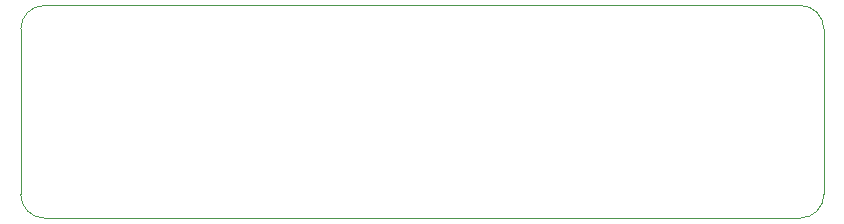
<source format=gbr>
%TF.GenerationSoftware,KiCad,Pcbnew,8.0.3*%
%TF.CreationDate,2024-06-07T01:36:30+12:00*%
%TF.ProjectId,mechanical_switch_breakout,6d656368-616e-4696-9361-6c5f73776974,0.1.0*%
%TF.SameCoordinates,Original*%
%TF.FileFunction,Profile,NP*%
%FSLAX46Y46*%
G04 Gerber Fmt 4.6, Leading zero omitted, Abs format (unit mm)*
G04 Created by KiCad (PCBNEW 8.0.3) date 2024-06-07 01:36:30*
%MOMM*%
%LPD*%
G01*
G04 APERTURE LIST*
%TA.AperFunction,Profile*%
%ADD10C,0.100000*%
%TD*%
G04 APERTURE END LIST*
D10*
X134957499Y-54540001D02*
X70957500Y-54540000D01*
X134957499Y-54540001D02*
G75*
G02*
X136957499Y-56540001I1J-1999999D01*
G01*
X136957499Y-70539999D02*
X136957499Y-56540001D01*
X70957501Y-72539999D02*
G75*
G02*
X68957501Y-70539999I-1J1999999D01*
G01*
X70957501Y-72539999D02*
X134957499Y-72539999D01*
X136957499Y-70539999D02*
G75*
G02*
X134957499Y-72539999I-1999999J-1D01*
G01*
X68957500Y-56540000D02*
X68957501Y-70539999D01*
X68957500Y-56540000D02*
G75*
G02*
X70957500Y-54540000I2000000J0D01*
G01*
M02*

</source>
